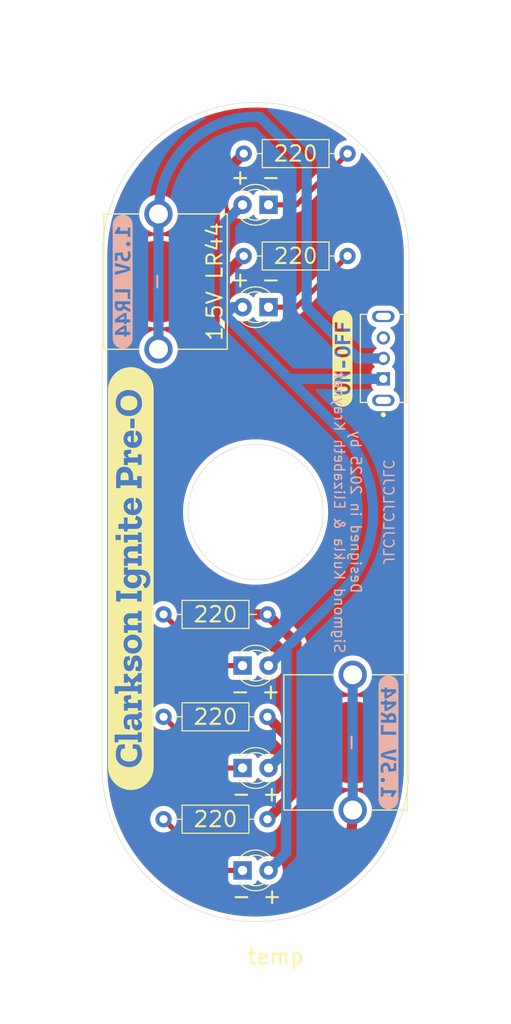
<source format=kicad_pcb>
(kicad_pcb (version 20241229) (generator "pcbnew") (generator_version "9.0")
  (layers (0 "F.Cu" signal) (2 "B.Cu" signal) (13 "F.Paste" user) (15 "B.Paste" user) (5 "F.SilkS" user "F.Silkscreen") (7 "B.SilkS" user "B.Silkscreen") (1 "F.Mask" user) (3 "B.Mask" user) (25 "Edge.Cuts" user))
  (net 0 "")
  (net 1 "Net-(D5-K)")
  (net 2 "Net-(BT2--)")
  (net 3 "Net-(D1-A)")
  (net 4 "Net-(D1-K)")
  (net 5 "Net-(D2-K)")
  (net 6 "Net-(D3-K)")
  (net 7 "Net-(D4-K)")
  (net 8 "Net-(BT1-+)")
  (net 9 "Net-(BT1--)")
  (footprint "SW_SLW-864574-5A-RA-N-D:SW_SLW-864574-5A-RA-N-D" (layer "F.Cu") (at 112.5 60 90)
    (property "Reference" "SW1" (hide yes))
    (property "Value" "SW_SPDT" (hide yes))
    (pad "1" thru_hole rect (at -2 0 90) (size 1.308 1.308) (drill 0.8) (layers "*.Cu" "*.Mask") (net 3 "Net-(D1-A)"))
    (pad "2" thru_hole circle (at 0 0 90) (size 1.308 1.308) (drill 0.8) (layers "*.Cu" "*.Mask") (net 8 "Net-(BT1-+)"))
    (pad "3" thru_hole circle (at 2 0 90) (size 1.308 1.308) (drill 0.8) (layers "*.Cu" "*.Mask"))
    (pad "SH1" thru_hole oval (at -4.1 0 90) (size 1.1 2.2) (drill oval 0.7 1.5) (layers "*.Cu" "*.Mask"))
    (pad "SH2" thru_hole oval (at 4.1 0 90) (size 1.1 2.2) (drill oval 0.7 1.5) (layers "*.Cu" "*.Mask"))
  )
  (footprint "LED_THT:LED_D3.0mm" (layer "F.Cu") (at 101.27 45 180)
    (property "Reference" "D2" (hide yes))
    (property "Value" "LED" (hide yes))
    (pad "1" thru_hole rect (at 0 0 180) (size 1.8 1.8) (drill 0.9) (layers "*.Cu" "*.Mask") (net 5 "Net-(D2-K)"))
    (pad "2" thru_hole circle (at 2.54 0 180) (size 1.8 1.8) (drill 0.9) (layers "*.Cu" "*.Mask") (net 3 "Net-(D1-A)"))
  )
  (footprint "LED_THT:LED_D3.0mm" (layer "F.Cu") (at 98.73 100)
    (property "Reference" "D3" (hide yes))
    (property "Value" "LED" (hide yes))
    (pad "1" thru_hole rect (at 0 0) (size 1.8 1.8) (drill 0.9) (layers "*.Cu" "*.Mask") (net 6 "Net-(D3-K)"))
    (pad "2" thru_hole circle (at 2.54 0) (size 1.8 1.8) (drill 0.9) (layers "*.Cu" "*.Mask") (net 3 "Net-(D1-A)"))
  )
  (footprint "Resistor_THT:R_Axial_DIN0207_L6.3mm_D2.5mm_P10.16mm_Horizontal" (layer "F.Cu") (at 109 50.000001 180)
    (property "Reference" "R4" (hide yes))
    (property "Value" "220" (at 5.08 0 0) (layer "F.SilkS") (effects (font (size 1.5 1.5) (thickness 0.2))))
    (pad "1" thru_hole circle (at 0 0 180) (size 1.6 1.6) (drill 0.8) (layers "*.Cu" "*.Mask") (net 7 "Net-(D4-K)"))
    (pad "2" thru_hole oval (at 10.16 0 180) (size 1.6 1.6) (drill 0.8) (layers "*.Cu" "*.Mask") (net 2 "Net-(BT2--)"))
  )
  (footprint "Keystone_BAT_2997:BatteryHolder_Keystone_2997_LR44" (layer "F.Cu") (at 90.5 52.5 -90)
    (property "Reference" "BT1" (hide yes))
    (property "Value" "1.5" (hide yes))
    (pad "1" thru_hole circle (at -6.605 0 270) (size 2.775 2.775) (drill 1.85) (layers "*.Cu" "*.Mask") (net 8 "Net-(BT1-+)"))
    (pad "1" thru_hole circle (at 6.605 0 270) (size 2.775 2.775) (drill 1.85) (layers "*.Cu" "*.Mask") (net 8 "Net-(BT1-+)"))
    (pad "2" smd circle (at 0 0 270) (size 8 8) (layers "F.Cu" "F.Mask") (net 9 "Net-(BT1--)"))
  )
  (footprint "Resistor_THT:R_Axial_DIN0207_L6.3mm_D2.5mm_P10.16mm_Horizontal" (layer "F.Cu") (at 91 95)
    (property "Reference" "R3" (hide yes))
    (property "Value" "220" (at 5.08 0 0) (layer "F.SilkS") (effects (font (size 1.5 1.5) (thickness 0.2))))
    (pad "1" thru_hole circle (at 0 0) (size 1.6 1.6) (drill 0.8) (layers "*.Cu" "*.Mask") (net 6 "Net-(D3-K)"))
    (pad "2" thru_hole oval (at 10.16 0) (size 1.6 1.6) (drill 0.8) (layers "*.Cu" "*.Mask") (net 2 "Net-(BT2--)"))
  )
  (footprint "LED_THT:LED_D3.0mm" (layer "F.Cu") (at 98.73 110)
    (property "Reference" "D1" (hide yes))
    (property "Value" "LED" (hide yes))
    (pad "1" thru_hole rect (at 0 0) (size 1.8 1.8) (drill 0.9) (layers "*.Cu" "*.Mask") (net 4 "Net-(D1-K)"))
    (pad "2" thru_hole circle (at 2.54 0) (size 1.8 1.8) (drill 0.9) (layers "*.Cu" "*.Mask") (net 3 "Net-(D1-A)"))
  )
  (footprint "kibuzzard-6892C246" (layer "F.Cu") (at 108.5 60 90)
    (property "Reference" "kibuzzard-6892C246" (hide yes))
    (property "Value" "G***" (hide yes))
  )
  (footprint "LED_THT:LED_D3.0mm" (layer "F.Cu") (at 98.73 90)
    (property "Reference" "D5" (hide yes))
    (property "Value" "LED" (hide yes))
    (pad "1" thru_hole rect (at 0 0) (size 1.8 1.8) (drill 0.9) (layers "*.Cu" "*.Mask") (net 1 "Net-(D5-K)"))
    (pad "2" thru_hole circle (at 2.54 0) (size 1.8 1.8) (drill 0.9) (layers "*.Cu" "*.Mask") (net 3 "Net-(D1-A)"))
  )
  (footprint "LED_THT:LED_D3.0mm" (layer "F.Cu") (at 101.27 55 180)
    (property "Reference" "D4" (hide yes))
    (property "Value" "LED" (hide yes))
    (pad "1" thru_hole rect (at 0 0 180) (size 1.8 1.8) (drill 0.9) (layers "*.Cu" "*.Mask") (net 7 "Net-(D4-K)"))
    (pad "2" thru_hole circle (at 2.54 0 180) (size 1.8 1.8) (drill 0.9) (layers "*.Cu" "*.Mask") (net 3 "Net-(D1-A)"))
  )
  (footprint "Resistor_THT:R_Axial_DIN0207_L6.3mm_D2.5mm_P10.16mm_Horizontal" (layer "F.Cu") (at 91 85)
    (property "Reference" "R5" (hide yes))
    (property "Value" "220" (at 5.08 0 0) (layer "F.SilkS") (effects (font (size 1.5 1.5) (thickness 0.2))))
    (pad "1" thru_hole circle (at 0 0) (size 1.6 1.6) (drill 0.8) (layers "*.Cu" "*.Mask") (net 1 "Net-(D5-K)"))
    (pad "2" thru_hole oval (at 10.16 0) (size 1.6 1.6) (drill 0.8) (layers "*.Cu" "*.Mask") (net 2 "Net-(BT2--)"))
  )
  (footprint "kibuzzard-6892C1DC" (layer "F.Cu") (at 87.8 81.5 90)
    (property "Reference" "kibuzzard-6892C1DC" (hide yes))
    (property "Value" "G***" (hide yes))
  )
  (footprint "Resistor_THT:R_Axial_DIN0207_L6.3mm_D2.5mm_P10.16mm_Horizontal" (layer "F.Cu") (at 91 105)
    (property "Reference" "R1" (hide yes))
    (property "Value" "220" (at 5.08 0 0) (layer "F.SilkS") (effects (font (size 1.5 1.5) (thickness 0.2))))
    (pad "1" thru_hole circle (at 0 0) (size 1.6 1.6) (drill 0.8) (layers "*.Cu" "*.Mask") (net 4 "Net-(D1-K)"))
    (pad "2" thru_hole oval (at 10.16 0) (size 1.6 1.6) (drill 0.8) (layers "*.Cu" "*.Mask") (net 2 "Net-(BT2--)"))
  )
  (footprint "LOGO" (layer "F.Cu") (at 111 75 90)
    (property "Reference" "G***" (hide yes))
    (property "Value" "LOGO" (hide yes))
  )
  (footprint "Keystone_BAT_2997:BatteryHolder_Keystone_2997_LR44" (layer "F.Cu") (at 109.5 97.5 90)
    (property "Reference" "BT2" (hide yes))
    (property "Value" "1.5" (hide yes))
    (pad "1" thru_hole circle (at -6.605 0 90) (size 2.775 2.775) (drill 1.85) (layers "*.Cu" "*.Mask") (net 9 "Net-(BT1--)"))
    (pad "1" thru_hole circle (at 6.605 0 90) (size 2.775 2.775) (drill 1.85) (layers "*.Cu" "*.Mask") (net 9 "Net-(BT1--)"))
    (pad "2" smd circle (at 0 0 90) (size 8 8) (layers "F.Cu" "F.Mask") (net 2 "Net-(BT2--)"))
  )
  (footprint "Resistor_THT:R_Axial_DIN0207_L6.3mm_D2.5mm_P10.16mm_Horizontal" (layer "F.Cu") (at 109 40 180)
    (property "Reference" "R2" (hide yes))
    (property "Value" "220" (at 5.08 0 0) (layer "F.SilkS") (effects (font (size 1.5 1.5) (thickness 0.2))))
    (pad "1" thru_hole circle (at 0 0 180) (size 1.6 1.6) (drill 0.8) (layers "*.Cu" "*.Mask") (net 5 "Net-(D2-K)"))
    (pad "2" thru_hole oval (at 10.16 0 180) (size 1.6 1.6) (drill 0.8) (layers "*.Cu" "*.Mask") (net 2 "Net-(BT2--)"))
  )
  (footprint "kibuzzard-6892C379" (layer "B.Cu") (at 113 97.5 90)
    (property "Reference" "kibuzzard-6892C379" (hide yes))
    (property "Value" "G***" (hide yes))
  )
  (footprint "kibuzzard-6892C379" (layer "B.Cu") (at 87 52.5 -90)
    (property "Reference" "kibuzzard-6892C379" (hide yes))
    (property "Value" "G***" (hide yes))
  )
  (gr_arc (start 100 114) (mid 90.100505 109.899495) (end 86 100) (stroke (width 1)) (layer "F.Cu") (net 9))
  (gr_arc (start 91.868272 83.131728) (mid 88.5 75) (end 91.868272 66.868272) (stroke (width 1)) (layer "F.Cu") (net 2))
  (gr_arc (start 109.5 104.5) (mid 106.717514 111.217514) (end 100 114) (stroke (width 1)) (layer "F.Cu") (net 9))
  (gr_arc (start 90.5 45.9) (mid 93.282486 39.182486) (end 100 36.4) (stroke (width 1)) (layer "B.Cu") (net 8))
  (gr_arc (start 108.131728 66.868272) (mid 111.5 75) (end 108.131728 83.131728) (stroke (width 1)) (layer "B.Cu") (net 3))
  (gr_line (start 115 100) (end 115 50) (stroke (width 0.05)) (layer "Edge.Cuts"))
  (gr_circle (center 100 75) (end 106.6 75) (stroke (width 0.05)) (fill no) (layer "Edge.Cuts"))
  (gr_arc (start 115 100) (mid 100 115) (end 85 100) (stroke (width 0.05)) (layer "Edge.Cuts"))
  (gr_arc (start 85 50) (mid 100 35) (end 115 50) (stroke (width 0.05)) (layer "Edge.Cuts"))
  (gr_line (start 85 50) (end 85 100) (stroke (width 0.05)) (layer "Edge.Cuts"))
  (gr_text "- +" (at 100 42.5 180) (layer "F.SilkS") (effects (font (size 1.5 1.5) (thickness 0.2))))
  (gr_text "- +" (at 100.12 112.5 0) (layer "F.SilkS") (effects (font (size 1.5 1.5) (thickness 0.2))))
  (gr_text "- +" (at 100 92.5 0) (layer "F.SilkS") (effects (font (size 1.5 1.5) (thickness 0.2))))
  (gr_text "1.5V LR44" (at 96 52.5 90) (layer "F.SilkS") (effects (font (size 1.5 1.5) (thickness 0.2))))
  (gr_text "temp" (at 99.1 119.3 0) (layer "F.SilkS") (effects (font (size 1.5 1.5) (thickness 0.2)) (justify left bottom)))
  (gr_text "- +" (at 100 52.5 180) (layer "F.SilkS") (effects (font (size 1.5 1.5) (thickness 0.2))))
  (gr_text "- +" (at 100.095624 102.5 0) (layer "F.SilkS") (effects (font (size 1.5 1.5) (thickness 0.2))))
  (gr_text "-" (at 90.5 52.5 -90) (layer "B.SilkS") (effects (font (size 1.5 1.5) (thickness 0.2)) (justify mirror)))
  (gr_text "JLCJLCJLCJLC" (at 113 75 270) (layer "B.SilkS") (effects (font (size 1 1)) (justify mirror)))
  (gr_text "-" (at 109.5 97.5 -90) (layer "B.SilkS") (effects (font (size 1.5 1.5) (thickness 0.2)) (justify mirror)))
  (gr_text "Designed in 2025 by\nSigmond Kukla & Elizabeth Kraynak" (at 109 75 -90) (layer "B.SilkS") (effects (font (size 1 1)) (justify mirror)))
  (segment (start 98.73 90) (end 96 90) (width 0.5) (layer "F.Cu") (net 1))
  (segment (start 96 90) (end 91 85) (width 0.5) (layer "F.Cu") (net 1))
  (segment (start 96 42.84) (end 96 46) (width 1) (layer "F.Cu") (net 2))
  (segment (start 104 102.16) (end 104 97.84) (width 1) (layer "F.Cu") (net 2))
  (segment (start 93.736544 85) (end 91.868272 83.131728) (width 1) (layer "F.Cu") (net 2))
  (segment (start 104 97.5) (end 104 97.84) (width 1) (layer "F.Cu") (net 2))
  (segment (start 104 97.84) (end 101.16 95) (width 1) (layer "F.Cu") (net 2))
  (segment (start 101.16 85) (end 104 87.84) (width 1) (layer "F.Cu") (net 2))
  (segment (start 91.910747 66.868272) (end 96 62.779019) (width 1) (layer "F.Cu") (net 2))
  (segment (start 104 87.84) (end 104 97.5) (width 1) (layer "F.Cu") (net 2))
  (segment (start 91.868272 66.868272) (end 91.910747 66.868272) (width 1) (layer "F.Cu") (net 2))
  (segment (start 101.16 105) (end 104 102.16) (width 1) (layer "F.Cu") (net 2))
  (segment (start 96 53.5) (end 96 46) (width 1) (layer "F.Cu") (net 2))
  (segment (start 96 46) (end 96 47.160001) (width 1) (layer "F.Cu") (net 2))
  (segment (start 98.84 50.000001) (end 96 52.840001) (width 1) (layer "F.Cu") (net 2))
  (segment (start 98.84 40) (end 96 42.84) (width 1) (layer "F.Cu") (net 2))
  (segment (start 96 52.840001) (end 96 53.5) (width 1) (layer "F.Cu") (net 2))
  (segment (start 96 62.779019) (end 96 52.840001) (width 1) (layer "F.Cu") (net 2))
  (segment (start 109.5 97.5) (end 104 97.5) (width 1) (layer "F.Cu") (net 2))
  (segment (start 101.16 85) (end 93.736544 85) (width 1) (layer "F.Cu") (net 2))
  (segment (start 103 88.263456) (end 108.131728 83.131728) (width 1) (layer "B.Cu") (net 3))
  (segment (start 108.131728 66.868272) (end 102.881728 61.618272) (width 1) (layer "B.Cu") (net 3))
  (segment (start 101.27 100) (end 103 98.27) (width 1) (layer "B.Cu") (net 3))
  (segment (start 97 46.73) (end 97 55.75) (width 1) (layer "B.Cu") (net 3))
  (segment (start 103.263456 62) (end 102.881728 61.618272) (width 1) (layer "B.Cu") (net 3))
  (segment (start 112.5 62) (end 103.263456 62) (width 1) (layer "B.Cu") (net 3))
  (segment (start 98.73 45) (end 97 46.73) (width 1) (layer "B.Cu") (net 3))
  (segment (start 97.503456 56.24) (end 97.49 56.24) (width 1) (layer "B.Cu") (net 3))
  (segment (start 101.27 110) (end 103 108.27) (width 1) (layer "B.Cu") (net 3))
  (segment (start 98.73 55) (end 97.75 55) (width 1) (layer "B.Cu") (net 3))
  (segment (start 103 102.5) (end 103 98) (width 1) (layer "B.Cu") (net 3))
  (segment (start 103 108.27) (end 103 102.5) (width 1) (layer "B.Cu") (net 3))
  (segment (start 103 88.27) (end 101.27 90) (width 1) (layer "B.Cu") (net 3))
  (segment (start 97 55.75) (end 97.49 56.24) (width 1) (layer "B.Cu") (net 3))
  (segment (start 102.881728 61.618272) (end 97.503456 56.24) (width 1) (layer "B.Cu") (net 3))
  (segment (start 103 98.27) (end 103 98) (width 1) (layer "B.Cu") (net 3))
  (segment (start 103 88.27) (end 103 98) (width 1) (layer "B.Cu") (net 3))
  (segment (start 103 88.27) (end 103 88.263456) (width 1) (layer "B.Cu") (net 3))
  (segment (start 97.75 55) (end 97 55.75) (width 1) (layer "B.Cu") (net 3))
  (segment (start 98.73 110) (end 96 110) (width 0.5) (layer "F.Cu") (net 4))
  (segment (start 96 110) (end 91 105) (width 0.5) (layer "F.Cu") (net 4))
  (segment (start 104 45) (end 109 40) (width 0.5) (layer "F.Cu") (net 5))
  (segment (start 101.27 45) (end 104 45) (width 0.5) (layer "F.Cu") (net 5))
  (segment (start 98.73 100) (end 96 100) (width 0.5) (layer "F.Cu") (net 6))
  (segment (start 96 100) (end 91 95) (width 0.5) (layer "F.Cu") (net 6))
  (segment (start 104.000001 55) (end 109 50.000001) (width 0.5) (layer "F.Cu") (net 7))
  (segment (start 101.27 55) (end 104.000001 55) (width 0.5) (layer "F.Cu") (net 7))
  (segment (start 110 60) (end 105 55) (width 1) (layer "B.Cu") (net 8))
  (segment (start 100.4 36.4) (end 100 36.4) (width 1) (layer "B.Cu") (net 8))
  (segment (start 105 41) (end 100.4 36.4) (width 1) (layer "B.Cu") (net 8))
  (segment (start 90.5 59.105) (end 90.5 45.895) (width 1) (layer "B.Cu") (net 8))
  (segment (start 112.5 60) (end 110 60) (width 1) (layer "B.Cu") (net 8))
  (segment (start 105 55) (end 105 41) (width 1) (layer "B.Cu") (net 8))
  (segment (start 109.5 104.5) (end 109.5 104.105) (width 1) (layer "F.Cu") (net 9))
  (segment (start 86 100) (end 86 57) (width 1) (layer "F.Cu") (net 9))
  (segment (start 86 57) (end 90.5 52.5) (width 1) (layer "F.Cu") (net 9))
  (segment (start 90.5 53.5) (end 90.5 52.5) (width 1) (layer "F.Cu") (net 9))
  (segment (start 109.5 104.105) (end 109.5 90.895) (width 1) (layer "B.Cu") (net 9))
  (zone (net 0) (net_name "") (layer "F.Cu") (connect_pads (clearance 0.5)) (min_thickness 0.2) (fill yes (thermal_gap 0.5) (thermal_bridge_width 0.5) (island_removal_mode 1) (island_area_min 10))
    (polygon (pts (xy 80 30) (xy 120 30) (xy 120 120) (xy 80 120)))
  )
  (zone (net 0) (net_name "") (layer "B.Cu") (priority 1) (connect_pads (clearance 0.5)) (min_thickness 0.25) (fill yes (thermal_gap 0.5) (thermal_bridge_width 0.5) (island_removal_mode 1) (island_area_min 10))
    (polygon (pts (xy 75 25) (xy 125 25) (xy 125 125) (xy 75 125)))
  )
)
</source>
